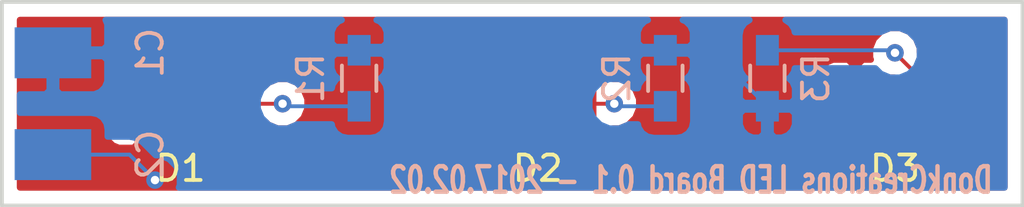
<source format=kicad_pcb>
(kicad_pcb (version 4) (host pcbnew 4.0.5-e0-6337~49~ubuntu14.04.1)

  (general
    (links 9)
    (no_connects 0)
    (area 121.2626 93.442838 164.075001 104.557162)
    (thickness 1.6)
    (drawings 5)
    (tracks 30)
    (zones 0)
    (modules 8)
    (nets 6)
  )

  (page A4)
  (layers
    (0 F.Cu signal)
    (31 B.Cu signal)
    (36 B.SilkS user)
    (37 F.SilkS user)
    (38 B.Mask user)
    (39 F.Mask user)
    (44 Edge.Cuts user)
  )

  (setup
    (last_trace_width 0.1524)
    (trace_clearance 0.1524)
    (zone_clearance 0.508)
    (zone_45_only no)
    (trace_min 0.1524)
    (segment_width 0.2)
    (edge_width 0.15)
    (via_size 0.6858)
    (via_drill 0.3302)
    (via_min_size 0.6858)
    (via_min_drill 0.3302)
    (uvia_size 0.762)
    (uvia_drill 0.508)
    (uvias_allowed no)
    (uvia_min_size 0)
    (uvia_min_drill 0)
    (pcb_text_width 0.3)
    (pcb_text_size 1.5 1.5)
    (mod_edge_width 0.15)
    (mod_text_size 1 1)
    (mod_text_width 0.15)
    (pad_size 1.524 1.524)
    (pad_drill 0.762)
    (pad_to_mask_clearance 0.2)
    (aux_axis_origin 0 0)
    (visible_elements FFFFFF7F)
    (pcbplotparams
      (layerselection 0x00030_80000001)
      (usegerberextensions false)
      (excludeedgelayer true)
      (linewidth 0.100000)
      (plotframeref false)
      (viasonmask false)
      (mode 1)
      (useauxorigin false)
      (hpglpennumber 1)
      (hpglpenspeed 20)
      (hpglpendiameter 15)
      (hpglpenoverlay 2)
      (psnegative false)
      (psa4output false)
      (plotreference true)
      (plotvalue true)
      (plotinvisibletext false)
      (padsonsilk false)
      (subtractmaskfromsilk false)
      (outputformat 1)
      (mirror false)
      (drillshape 1)
      (scaleselection 1)
      (outputdirectory ""))
  )

  (net 0 "")
  (net 1 GND)
  (net 2 "Net-(D1-Pad2)")
  (net 3 "Net-(D2-Pad2)")
  (net 4 "Net-(D3-Pad2)")
  (net 5 +5V)

  (net_class Default "This is the default net class."
    (clearance 0.1524)
    (trace_width 0.1524)
    (via_dia 0.6858)
    (via_drill 0.3302)
    (uvia_dia 0.762)
    (uvia_drill 0.508)
    (add_net +5V)
    (add_net GND)
    (add_net "Net-(D1-Pad2)")
    (add_net "Net-(D2-Pad2)")
    (add_net "Net-(D3-Pad2)")
  )

  (module illuminated_badge:LED_3528 (layer F.Cu) (tedit 584F725A) (tstamp 5891659E)
    (at 131 99)
    (path /584E2084)
    (fp_text reference D1 (at 0 2.54) (layer F.SilkS)
      (effects (font (size 1 1) (thickness 0.15)))
    )
    (fp_text value LED (at 0 -2.54) (layer F.Fab)
      (effects (font (size 1 1) (thickness 0.15)))
    )
    (pad 1 smd rect (at -1.55 0) (size 1.5 2.2) (layers F.Cu F.Mask)
      (net 1 GND))
    (pad 2 smd rect (at 1.55 0) (size 1.5 2.2) (layers F.Cu F.Mask)
      (net 2 "Net-(D1-Pad2)"))
  )

  (module illuminated_badge:LED_3528 (layer F.Cu) (tedit 584F725A) (tstamp 589165A4)
    (at 145 99)
    (path /584E20EB)
    (fp_text reference D2 (at 0 2.54) (layer F.SilkS)
      (effects (font (size 1 1) (thickness 0.15)))
    )
    (fp_text value LED (at 0 -2.54) (layer F.Fab)
      (effects (font (size 1 1) (thickness 0.15)))
    )
    (pad 1 smd rect (at -1.55 0) (size 1.5 2.2) (layers F.Cu F.Mask)
      (net 1 GND))
    (pad 2 smd rect (at 1.55 0) (size 1.5 2.2) (layers F.Cu F.Mask)
      (net 3 "Net-(D2-Pad2)"))
  )

  (module illuminated_badge:LED_3528 (layer F.Cu) (tedit 584F725A) (tstamp 589165AA)
    (at 159 99)
    (path /584E2130)
    (fp_text reference D3 (at 0 2.54) (layer F.SilkS)
      (effects (font (size 1 1) (thickness 0.15)))
    )
    (fp_text value LED (at 0 -2.54) (layer F.Fab)
      (effects (font (size 1 1) (thickness 0.15)))
    )
    (pad 1 smd rect (at -1.55 0) (size 1.5 2.2) (layers F.Cu F.Mask)
      (net 1 GND))
    (pad 2 smd rect (at 1.55 0) (size 1.5 2.2) (layers F.Cu F.Mask)
      (net 4 "Net-(D3-Pad2)"))
  )

  (module Resistors_SMD:R_0603_HandSoldering (layer B.Cu) (tedit 58307AEF) (tstamp 589165BA)
    (at 138 98 270)
    (descr "Resistor SMD 0603, hand soldering")
    (tags "resistor 0603")
    (path /584E271E)
    (attr smd)
    (fp_text reference R1 (at 0 1.9 270) (layer B.SilkS)
      (effects (font (size 1 1) (thickness 0.15)) (justify mirror))
    )
    (fp_text value 68 (at 0 -1.9 270) (layer B.Fab)
      (effects (font (size 1 1) (thickness 0.15)) (justify mirror))
    )
    (fp_line (start -0.8 -0.4) (end -0.8 0.4) (layer B.Fab) (width 0.1))
    (fp_line (start 0.8 -0.4) (end -0.8 -0.4) (layer B.Fab) (width 0.1))
    (fp_line (start 0.8 0.4) (end 0.8 -0.4) (layer B.Fab) (width 0.1))
    (fp_line (start -0.8 0.4) (end 0.8 0.4) (layer B.Fab) (width 0.1))
    (fp_line (start -2 0.8) (end 2 0.8) (layer B.CrtYd) (width 0.05))
    (fp_line (start -2 -0.8) (end 2 -0.8) (layer B.CrtYd) (width 0.05))
    (fp_line (start -2 0.8) (end -2 -0.8) (layer B.CrtYd) (width 0.05))
    (fp_line (start 2 0.8) (end 2 -0.8) (layer B.CrtYd) (width 0.05))
    (fp_line (start 0.5 -0.675) (end -0.5 -0.675) (layer B.SilkS) (width 0.15))
    (fp_line (start -0.5 0.675) (end 0.5 0.675) (layer B.SilkS) (width 0.15))
    (pad 1 smd rect (at -1.1 0 270) (size 1.2 0.9) (layers B.Cu B.Mask)
      (net 5 +5V))
    (pad 2 smd rect (at 1.1 0 270) (size 1.2 0.9) (layers B.Cu B.Mask)
      (net 2 "Net-(D1-Pad2)"))
    (model Resistors_SMD.3dshapes/R_0603_HandSoldering.wrl
      (at (xyz 0 0 0))
      (scale (xyz 1 1 1))
      (rotate (xyz 0 0 0))
    )
  )

  (module Resistors_SMD:R_0603_HandSoldering (layer B.Cu) (tedit 58307AEF) (tstamp 589165CA)
    (at 150 98 270)
    (descr "Resistor SMD 0603, hand soldering")
    (tags "resistor 0603")
    (path /584E277D)
    (attr smd)
    (fp_text reference R2 (at 0 1.9 270) (layer B.SilkS)
      (effects (font (size 1 1) (thickness 0.15)) (justify mirror))
    )
    (fp_text value 68 (at 0 -1.9 270) (layer B.Fab)
      (effects (font (size 1 1) (thickness 0.15)) (justify mirror))
    )
    (fp_line (start -0.8 -0.4) (end -0.8 0.4) (layer B.Fab) (width 0.1))
    (fp_line (start 0.8 -0.4) (end -0.8 -0.4) (layer B.Fab) (width 0.1))
    (fp_line (start 0.8 0.4) (end 0.8 -0.4) (layer B.Fab) (width 0.1))
    (fp_line (start -0.8 0.4) (end 0.8 0.4) (layer B.Fab) (width 0.1))
    (fp_line (start -2 0.8) (end 2 0.8) (layer B.CrtYd) (width 0.05))
    (fp_line (start -2 -0.8) (end 2 -0.8) (layer B.CrtYd) (width 0.05))
    (fp_line (start -2 0.8) (end -2 -0.8) (layer B.CrtYd) (width 0.05))
    (fp_line (start 2 0.8) (end 2 -0.8) (layer B.CrtYd) (width 0.05))
    (fp_line (start 0.5 -0.675) (end -0.5 -0.675) (layer B.SilkS) (width 0.15))
    (fp_line (start -0.5 0.675) (end 0.5 0.675) (layer B.SilkS) (width 0.15))
    (pad 1 smd rect (at -1.1 0 270) (size 1.2 0.9) (layers B.Cu B.Mask)
      (net 5 +5V))
    (pad 2 smd rect (at 1.1 0 270) (size 1.2 0.9) (layers B.Cu B.Mask)
      (net 3 "Net-(D2-Pad2)"))
    (model Resistors_SMD.3dshapes/R_0603_HandSoldering.wrl
      (at (xyz 0 0 0))
      (scale (xyz 1 1 1))
      (rotate (xyz 0 0 0))
    )
  )

  (module Resistors_SMD:R_0603_HandSoldering (layer B.Cu) (tedit 58307AEF) (tstamp 589165DA)
    (at 154 98 90)
    (descr "Resistor SMD 0603, hand soldering")
    (tags "resistor 0603")
    (path /584E27A8)
    (attr smd)
    (fp_text reference R3 (at 0 1.9 90) (layer B.SilkS)
      (effects (font (size 1 1) (thickness 0.15)) (justify mirror))
    )
    (fp_text value 68 (at 0 -1.9 90) (layer B.Fab)
      (effects (font (size 1 1) (thickness 0.15)) (justify mirror))
    )
    (fp_line (start -0.8 -0.4) (end -0.8 0.4) (layer B.Fab) (width 0.1))
    (fp_line (start 0.8 -0.4) (end -0.8 -0.4) (layer B.Fab) (width 0.1))
    (fp_line (start 0.8 0.4) (end 0.8 -0.4) (layer B.Fab) (width 0.1))
    (fp_line (start -0.8 0.4) (end 0.8 0.4) (layer B.Fab) (width 0.1))
    (fp_line (start -2 0.8) (end 2 0.8) (layer B.CrtYd) (width 0.05))
    (fp_line (start -2 -0.8) (end 2 -0.8) (layer B.CrtYd) (width 0.05))
    (fp_line (start -2 0.8) (end -2 -0.8) (layer B.CrtYd) (width 0.05))
    (fp_line (start 2 0.8) (end 2 -0.8) (layer B.CrtYd) (width 0.05))
    (fp_line (start 0.5 -0.675) (end -0.5 -0.675) (layer B.SilkS) (width 0.15))
    (fp_line (start -0.5 0.675) (end 0.5 0.675) (layer B.SilkS) (width 0.15))
    (pad 1 smd rect (at -1.1 0 90) (size 1.2 0.9) (layers B.Cu B.Mask)
      (net 5 +5V))
    (pad 2 smd rect (at 1.1 0 90) (size 1.2 0.9) (layers B.Cu B.Mask)
      (net 4 "Net-(D3-Pad2)"))
    (model Resistors_SMD.3dshapes/R_0603_HandSoldering.wrl
      (at (xyz 0 0 0))
      (scale (xyz 1 1 1))
      (rotate (xyz 0 0 0))
    )
  )

  (module illuminated_badge:wire_pad_2_3mm (layer B.Cu) (tedit 58927EB9) (tstamp 58927FDD)
    (at 126 97 90)
    (path /58927CA2)
    (fp_text reference C1 (at 0 3.81 90) (layer B.SilkS)
      (effects (font (size 1 1) (thickness 0.15)) (justify mirror))
    )
    (fp_text value CONN_01 (at 0 -3.81 90) (layer B.Fab)
      (effects (font (size 1 1) (thickness 0.15)) (justify mirror))
    )
    (pad 1 smd rect (at 0 0 90) (size 2 3) (layers B.Cu B.Mask)
      (net 5 +5V))
  )

  (module illuminated_badge:wire_pad_2_3mm (layer B.Cu) (tedit 58927EB9) (tstamp 58927FE2)
    (at 126 101 90)
    (path /58927CFD)
    (fp_text reference C2 (at 0 3.81 90) (layer B.SilkS)
      (effects (font (size 1 1) (thickness 0.15)) (justify mirror))
    )
    (fp_text value CONN_01 (at 0 -3.81 90) (layer B.Fab)
      (effects (font (size 1 1) (thickness 0.15)) (justify mirror))
    )
    (pad 1 smd rect (at 0 0 90) (size 2 3) (layers B.Cu B.Mask)
      (net 1 GND))
  )

  (gr_line (start 124 103) (end 124 95) (angle 90) (layer Edge.Cuts) (width 0.15))
  (gr_line (start 164 103) (end 124 103) (angle 90) (layer Edge.Cuts) (width 0.15))
  (gr_line (start 164 95) (end 164 103) (angle 90) (layer Edge.Cuts) (width 0.15))
  (gr_line (start 124 95) (end 164 95) (angle 90) (layer Edge.Cuts) (width 0.15))
  (gr_text "DonkCreations LED Board 0.1 - 2017.02.02" (at 151 102) (layer B.SilkS)
    (effects (font (size 1 0.7) (thickness 0.175)) (justify mirror))
  )

  (segment (start 143 102) (end 143 99.45) (width 0.1524) (layer F.Cu) (net 1))
  (segment (start 143 99.45) (end 143.45 99) (width 0.1524) (layer F.Cu) (net 1) (tstamp 58928171))
  (segment (start 132 102) (end 132 101.55) (width 0.1524) (layer F.Cu) (net 1))
  (segment (start 132 101.55) (end 129.45 99) (width 0.1524) (layer F.Cu) (net 1) (tstamp 58928163))
  (segment (start 157.45 99) (end 157.45 101.55) (width 0.1524) (layer F.Cu) (net 1))
  (segment (start 129 101) (end 126 101) (width 0.1524) (layer B.Cu) (net 1) (tstamp 58928143))
  (segment (start 130 102) (end 129 101) (width 0.1524) (layer B.Cu) (net 1) (tstamp 58928142))
  (via (at 130 102) (size 0.6858) (drill 0.3302) (layers F.Cu B.Cu) (net 1))
  (segment (start 157 102) (end 143 102) (width 0.1524) (layer F.Cu) (net 1) (tstamp 58928137))
  (segment (start 143 102) (end 132 102) (width 0.1524) (layer F.Cu) (net 1) (tstamp 5892816F))
  (segment (start 132 102) (end 130 102) (width 0.1524) (layer F.Cu) (net 1) (tstamp 58928161))
  (segment (start 157.45 101.55) (end 157 102) (width 0.1524) (layer F.Cu) (net 1) (tstamp 5892812F))
  (segment (start 138 99.1) (end 135.1 99.1) (width 0.1524) (layer B.Cu) (net 2))
  (segment (start 135 99) (end 132.55 99) (width 0.1524) (layer F.Cu) (net 2) (tstamp 5892884B))
  (via (at 135 99) (size 0.6858) (drill 0.3302) (layers F.Cu B.Cu) (net 2))
  (segment (start 135.1 99.1) (end 135 99) (width 0.1524) (layer B.Cu) (net 2) (tstamp 58928846))
  (segment (start 150 99.1) (end 148.1 99.1) (width 0.1524) (layer B.Cu) (net 3))
  (segment (start 148 99) (end 146.55 99) (width 0.1524) (layer F.Cu) (net 3) (tstamp 5892885A))
  (via (at 148 99) (size 0.6858) (drill 0.3302) (layers F.Cu B.Cu) (net 3))
  (segment (start 148.1 99.1) (end 148 99) (width 0.1524) (layer B.Cu) (net 3) (tstamp 58928856))
  (segment (start 154 96.9) (end 158.9 96.9) (width 0.1524) (layer B.Cu) (net 4))
  (segment (start 159 97) (end 160.55 98.55) (width 0.1524) (layer F.Cu) (net 4) (tstamp 58928842))
  (via (at 159 97) (size 0.6858) (drill 0.3302) (layers F.Cu B.Cu) (net 4))
  (segment (start 158.9 96.9) (end 159 97) (width 0.1524) (layer B.Cu) (net 4) (tstamp 58928840))
  (segment (start 160.55 98.55) (end 160.55 99) (width 0.1524) (layer F.Cu) (net 4) (tstamp 58928843))
  (segment (start 150 96.9) (end 151.8 96.9) (width 0.1524) (layer B.Cu) (net 5))
  (segment (start 151.8 96.9) (end 154 99.1) (width 0.1524) (layer B.Cu) (net 5) (tstamp 5892BB52))
  (segment (start 138 96.9) (end 150 96.9) (width 0.1524) (layer B.Cu) (net 5))
  (segment (start 126 97) (end 137.9 97) (width 0.25) (layer B.Cu) (net 5))
  (segment (start 137.9 97) (end 138 96.9) (width 0.25) (layer B.Cu) (net 5) (tstamp 5892883A))

  (zone (net 5) (net_name +5V) (layer B.Cu) (tstamp 5892C95E) (hatch edge 0.508)
    (connect_pads (clearance 0.508))
    (min_thickness 0.254)
    (fill yes (arc_segments 16) (thermal_gap 0.508) (thermal_bridge_width 0.508))
    (polygon
      (pts
        (xy 164 103) (xy 124 103) (xy 124 95) (xy 164 95)
      )
    )
    (filled_polygon
      (pts
        (xy 137.190301 95.761673) (xy 137.011673 95.940302) (xy 136.915 96.173691) (xy 136.915 96.61425) (xy 137.07375 96.773)
        (xy 137.873 96.773) (xy 137.873 96.753) (xy 138.127 96.753) (xy 138.127 96.773) (xy 138.92625 96.773)
        (xy 139.085 96.61425) (xy 139.085 96.173691) (xy 138.988327 95.940302) (xy 138.809699 95.761673) (xy 138.684949 95.71)
        (xy 149.315051 95.71) (xy 149.190301 95.761673) (xy 149.011673 95.940302) (xy 148.915 96.173691) (xy 148.915 96.61425)
        (xy 149.07375 96.773) (xy 149.873 96.773) (xy 149.873 96.753) (xy 150.127 96.753) (xy 150.127 96.773)
        (xy 150.92625 96.773) (xy 151.085 96.61425) (xy 151.085 96.173691) (xy 150.988327 95.940302) (xy 150.809699 95.761673)
        (xy 150.684949 95.71) (xy 153.294229 95.71) (xy 153.098559 95.83591) (xy 152.953569 96.04811) (xy 152.90256 96.3)
        (xy 152.90256 97.5) (xy 152.946838 97.735317) (xy 153.08591 97.951441) (xy 153.154006 97.997969) (xy 153.011673 98.140302)
        (xy 152.915 98.373691) (xy 152.915 98.81425) (xy 153.07375 98.973) (xy 153.873 98.973) (xy 153.873 98.953)
        (xy 154.127 98.953) (xy 154.127 98.973) (xy 154.92625 98.973) (xy 155.085 98.81425) (xy 155.085 98.373691)
        (xy 154.988327 98.140302) (xy 154.84709 97.999064) (xy 154.901441 97.96409) (xy 155.046431 97.75189) (xy 155.074921 97.6112)
        (xy 158.22838 97.6112) (xy 158.445341 97.82854) (xy 158.80463 97.97773) (xy 159.193663 97.978069) (xy 159.553212 97.829507)
        (xy 159.82854 97.554659) (xy 159.97773 97.19537) (xy 159.978069 96.806337) (xy 159.829507 96.446788) (xy 159.554659 96.17146)
        (xy 159.19537 96.02227) (xy 158.806337 96.021931) (xy 158.446788 96.170493) (xy 158.428449 96.1888) (xy 155.076516 96.1888)
        (xy 155.053162 96.064683) (xy 154.91409 95.848559) (xy 154.711302 95.71) (xy 163.29 95.71) (xy 163.29 102.29)
        (xy 130.938436 102.29) (xy 130.97773 102.19537) (xy 130.978069 101.806337) (xy 130.829507 101.446788) (xy 130.554659 101.17146)
        (xy 130.19537 101.02227) (xy 130.027913 101.022124) (xy 129.502894 100.497106) (xy 129.272165 100.342937) (xy 129 100.2888)
        (xy 128.14744 100.2888) (xy 128.14744 100) (xy 128.103162 99.764683) (xy 127.96409 99.548559) (xy 127.75189 99.403569)
        (xy 127.5 99.35256) (xy 124.71 99.35256) (xy 124.71 99.193663) (xy 134.021931 99.193663) (xy 134.170493 99.553212)
        (xy 134.445341 99.82854) (xy 134.80463 99.97773) (xy 135.193663 99.978069) (xy 135.553212 99.829507) (xy 135.571551 99.8112)
        (xy 136.923484 99.8112) (xy 136.946838 99.935317) (xy 137.08591 100.151441) (xy 137.29811 100.296431) (xy 137.55 100.34744)
        (xy 138.45 100.34744) (xy 138.685317 100.303162) (xy 138.901441 100.16409) (xy 139.046431 99.95189) (xy 139.09744 99.7)
        (xy 139.09744 99.193663) (xy 147.021931 99.193663) (xy 147.170493 99.553212) (xy 147.445341 99.82854) (xy 147.80463 99.97773)
        (xy 148.193663 99.978069) (xy 148.553212 99.829507) (xy 148.571551 99.8112) (xy 148.923484 99.8112) (xy 148.946838 99.935317)
        (xy 149.08591 100.151441) (xy 149.29811 100.296431) (xy 149.55 100.34744) (xy 150.45 100.34744) (xy 150.685317 100.303162)
        (xy 150.901441 100.16409) (xy 151.046431 99.95189) (xy 151.09744 99.7) (xy 151.09744 99.38575) (xy 152.915 99.38575)
        (xy 152.915 99.826309) (xy 153.011673 100.059698) (xy 153.190301 100.238327) (xy 153.42369 100.335) (xy 153.71425 100.335)
        (xy 153.873 100.17625) (xy 153.873 99.227) (xy 154.127 99.227) (xy 154.127 100.17625) (xy 154.28575 100.335)
        (xy 154.57631 100.335) (xy 154.809699 100.238327) (xy 154.988327 100.059698) (xy 155.085 99.826309) (xy 155.085 99.38575)
        (xy 154.92625 99.227) (xy 154.127 99.227) (xy 153.873 99.227) (xy 153.07375 99.227) (xy 152.915 99.38575)
        (xy 151.09744 99.38575) (xy 151.09744 98.5) (xy 151.053162 98.264683) (xy 150.91409 98.048559) (xy 150.845994 98.002031)
        (xy 150.988327 97.859698) (xy 151.085 97.626309) (xy 151.085 97.18575) (xy 150.92625 97.027) (xy 150.127 97.027)
        (xy 150.127 97.047) (xy 149.873 97.047) (xy 149.873 97.027) (xy 149.07375 97.027) (xy 148.915 97.18575)
        (xy 148.915 97.626309) (xy 149.011673 97.859698) (xy 149.15291 98.000936) (xy 149.098559 98.03591) (xy 148.953569 98.24811)
        (xy 148.925079 98.3888) (xy 148.77162 98.3888) (xy 148.554659 98.17146) (xy 148.19537 98.02227) (xy 147.806337 98.021931)
        (xy 147.446788 98.170493) (xy 147.17146 98.445341) (xy 147.02227 98.80463) (xy 147.021931 99.193663) (xy 139.09744 99.193663)
        (xy 139.09744 98.5) (xy 139.053162 98.264683) (xy 138.91409 98.048559) (xy 138.845994 98.002031) (xy 138.988327 97.859698)
        (xy 139.085 97.626309) (xy 139.085 97.18575) (xy 138.92625 97.027) (xy 138.127 97.027) (xy 138.127 97.047)
        (xy 137.873 97.047) (xy 137.873 97.027) (xy 137.07375 97.027) (xy 136.915 97.18575) (xy 136.915 97.626309)
        (xy 137.011673 97.859698) (xy 137.15291 98.000936) (xy 137.098559 98.03591) (xy 136.953569 98.24811) (xy 136.925079 98.3888)
        (xy 135.77162 98.3888) (xy 135.554659 98.17146) (xy 135.19537 98.02227) (xy 134.806337 98.021931) (xy 134.446788 98.170493)
        (xy 134.17146 98.445341) (xy 134.02227 98.80463) (xy 134.021931 99.193663) (xy 124.71 99.193663) (xy 124.71 98.635)
        (xy 125.71425 98.635) (xy 125.873 98.47625) (xy 125.873 97.127) (xy 126.127 97.127) (xy 126.127 98.47625)
        (xy 126.28575 98.635) (xy 127.62631 98.635) (xy 127.859699 98.538327) (xy 128.038327 98.359698) (xy 128.135 98.126309)
        (xy 128.135 97.28575) (xy 127.97625 97.127) (xy 126.127 97.127) (xy 125.873 97.127) (xy 125.853 97.127)
        (xy 125.853 96.873) (xy 125.873 96.873) (xy 125.873 96.853) (xy 126.127 96.853) (xy 126.127 96.873)
        (xy 127.97625 96.873) (xy 128.135 96.71425) (xy 128.135 95.873691) (xy 128.067197 95.71) (xy 137.315051 95.71)
      )
    )
  )
  (zone (net 1) (net_name GND) (layer F.Cu) (tstamp 5892C978) (hatch edge 0.508)
    (connect_pads (clearance 0.508))
    (min_thickness 0.254)
    (fill yes (arc_segments 16) (thermal_gap 0.508) (thermal_bridge_width 0.508))
    (polygon
      (pts
        (xy 164 103) (xy 124 103) (xy 124 95) (xy 164 95)
      )
    )
    (filled_polygon
      (pts
        (xy 163.29 102.29) (xy 124.71 102.29) (xy 124.71 99.28575) (xy 128.065 99.28575) (xy 128.065 100.22631)
        (xy 128.161673 100.459699) (xy 128.340302 100.638327) (xy 128.573691 100.735) (xy 129.16425 100.735) (xy 129.323 100.57625)
        (xy 129.323 99.127) (xy 129.577 99.127) (xy 129.577 100.57625) (xy 129.73575 100.735) (xy 130.326309 100.735)
        (xy 130.559698 100.638327) (xy 130.738327 100.459699) (xy 130.835 100.22631) (xy 130.835 99.28575) (xy 130.67625 99.127)
        (xy 129.577 99.127) (xy 129.323 99.127) (xy 128.22375 99.127) (xy 128.065 99.28575) (xy 124.71 99.28575)
        (xy 124.71 97.77369) (xy 128.065 97.77369) (xy 128.065 98.71425) (xy 128.22375 98.873) (xy 129.323 98.873)
        (xy 129.323 97.42375) (xy 129.577 97.42375) (xy 129.577 98.873) (xy 130.67625 98.873) (xy 130.835 98.71425)
        (xy 130.835 97.9) (xy 131.15256 97.9) (xy 131.15256 100.1) (xy 131.196838 100.335317) (xy 131.33591 100.551441)
        (xy 131.54811 100.696431) (xy 131.8 100.74744) (xy 133.3 100.74744) (xy 133.535317 100.703162) (xy 133.751441 100.56409)
        (xy 133.896431 100.35189) (xy 133.94744 100.1) (xy 133.94744 99.7112) (xy 134.328206 99.7112) (xy 134.445341 99.82854)
        (xy 134.80463 99.97773) (xy 135.193663 99.978069) (xy 135.553212 99.829507) (xy 135.82854 99.554659) (xy 135.9402 99.28575)
        (xy 142.065 99.28575) (xy 142.065 100.22631) (xy 142.161673 100.459699) (xy 142.340302 100.638327) (xy 142.573691 100.735)
        (xy 143.16425 100.735) (xy 143.323 100.57625) (xy 143.323 99.127) (xy 143.577 99.127) (xy 143.577 100.57625)
        (xy 143.73575 100.735) (xy 144.326309 100.735) (xy 144.559698 100.638327) (xy 144.738327 100.459699) (xy 144.835 100.22631)
        (xy 144.835 99.28575) (xy 144.67625 99.127) (xy 143.577 99.127) (xy 143.323 99.127) (xy 142.22375 99.127)
        (xy 142.065 99.28575) (xy 135.9402 99.28575) (xy 135.97773 99.19537) (xy 135.978069 98.806337) (xy 135.829507 98.446788)
        (xy 135.554659 98.17146) (xy 135.19537 98.02227) (xy 134.806337 98.021931) (xy 134.446788 98.170493) (xy 134.328274 98.2888)
        (xy 133.94744 98.2888) (xy 133.94744 97.9) (xy 133.923674 97.77369) (xy 142.065 97.77369) (xy 142.065 98.71425)
        (xy 142.22375 98.873) (xy 143.323 98.873) (xy 143.323 97.42375) (xy 143.577 97.42375) (xy 143.577 98.873)
        (xy 144.67625 98.873) (xy 144.835 98.71425) (xy 144.835 97.9) (xy 145.15256 97.9) (xy 145.15256 100.1)
        (xy 145.196838 100.335317) (xy 145.33591 100.551441) (xy 145.54811 100.696431) (xy 145.8 100.74744) (xy 147.3 100.74744)
        (xy 147.535317 100.703162) (xy 147.751441 100.56409) (xy 147.896431 100.35189) (xy 147.94744 100.1) (xy 147.94744 99.977854)
        (xy 148.193663 99.978069) (xy 148.553212 99.829507) (xy 148.82854 99.554659) (xy 148.9402 99.28575) (xy 156.065 99.28575)
        (xy 156.065 100.22631) (xy 156.161673 100.459699) (xy 156.340302 100.638327) (xy 156.573691 100.735) (xy 157.16425 100.735)
        (xy 157.323 100.57625) (xy 157.323 99.127) (xy 157.577 99.127) (xy 157.577 100.57625) (xy 157.73575 100.735)
        (xy 158.326309 100.735) (xy 158.559698 100.638327) (xy 158.738327 100.459699) (xy 158.835 100.22631) (xy 158.835 99.28575)
        (xy 158.67625 99.127) (xy 157.577 99.127) (xy 157.323 99.127) (xy 156.22375 99.127) (xy 156.065 99.28575)
        (xy 148.9402 99.28575) (xy 148.97773 99.19537) (xy 148.978069 98.806337) (xy 148.829507 98.446788) (xy 148.554659 98.17146)
        (xy 148.19537 98.02227) (xy 147.94744 98.022054) (xy 147.94744 97.9) (xy 147.923674 97.77369) (xy 156.065 97.77369)
        (xy 156.065 98.71425) (xy 156.22375 98.873) (xy 157.323 98.873) (xy 157.323 97.42375) (xy 157.577 97.42375)
        (xy 157.577 98.873) (xy 158.67625 98.873) (xy 158.835 98.71425) (xy 158.835 97.977756) (xy 158.972088 97.977876)
        (xy 159.15256 98.158348) (xy 159.15256 100.1) (xy 159.196838 100.335317) (xy 159.33591 100.551441) (xy 159.54811 100.696431)
        (xy 159.8 100.74744) (xy 161.3 100.74744) (xy 161.535317 100.703162) (xy 161.751441 100.56409) (xy 161.896431 100.35189)
        (xy 161.94744 100.1) (xy 161.94744 97.9) (xy 161.903162 97.664683) (xy 161.76409 97.448559) (xy 161.55189 97.303569)
        (xy 161.3 97.25256) (xy 160.258348 97.25256) (xy 159.977925 96.972137) (xy 159.978069 96.806337) (xy 159.829507 96.446788)
        (xy 159.554659 96.17146) (xy 159.19537 96.02227) (xy 158.806337 96.021931) (xy 158.446788 96.170493) (xy 158.17146 96.445341)
        (xy 158.02227 96.80463) (xy 158.021931 97.193663) (xy 158.051407 97.265) (xy 157.73575 97.265) (xy 157.577 97.42375)
        (xy 157.323 97.42375) (xy 157.16425 97.265) (xy 156.573691 97.265) (xy 156.340302 97.361673) (xy 156.161673 97.540301)
        (xy 156.065 97.77369) (xy 147.923674 97.77369) (xy 147.903162 97.664683) (xy 147.76409 97.448559) (xy 147.55189 97.303569)
        (xy 147.3 97.25256) (xy 145.8 97.25256) (xy 145.564683 97.296838) (xy 145.348559 97.43591) (xy 145.203569 97.64811)
        (xy 145.15256 97.9) (xy 144.835 97.9) (xy 144.835 97.77369) (xy 144.738327 97.540301) (xy 144.559698 97.361673)
        (xy 144.326309 97.265) (xy 143.73575 97.265) (xy 143.577 97.42375) (xy 143.323 97.42375) (xy 143.16425 97.265)
        (xy 142.573691 97.265) (xy 142.340302 97.361673) (xy 142.161673 97.540301) (xy 142.065 97.77369) (xy 133.923674 97.77369)
        (xy 133.903162 97.664683) (xy 133.76409 97.448559) (xy 133.55189 97.303569) (xy 133.3 97.25256) (xy 131.8 97.25256)
        (xy 131.564683 97.296838) (xy 131.348559 97.43591) (xy 131.203569 97.64811) (xy 131.15256 97.9) (xy 130.835 97.9)
        (xy 130.835 97.77369) (xy 130.738327 97.540301) (xy 130.559698 97.361673) (xy 130.326309 97.265) (xy 129.73575 97.265)
        (xy 129.577 97.42375) (xy 129.323 97.42375) (xy 129.16425 97.265) (xy 128.573691 97.265) (xy 128.340302 97.361673)
        (xy 128.161673 97.540301) (xy 128.065 97.77369) (xy 124.71 97.77369) (xy 124.71 95.71) (xy 163.29 95.71)
      )
    )
  )
)

</source>
